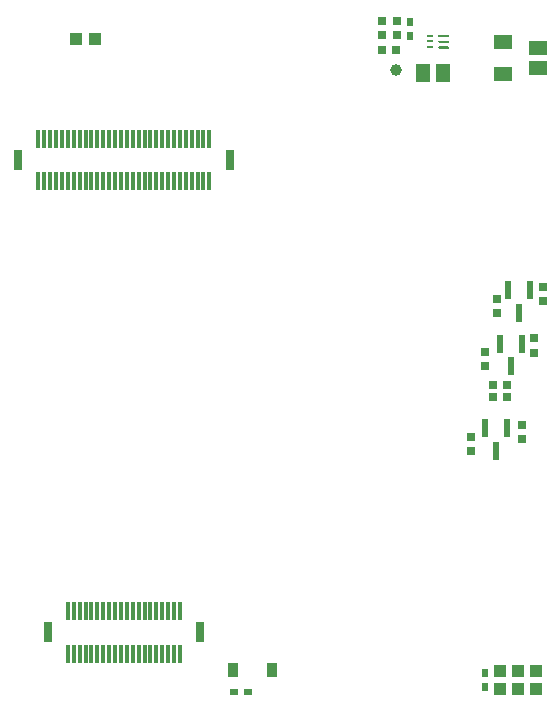
<source format=gbp>
%FSTAX23Y23*%
%MOIN*%
%SFA1B1*%

%IPPOS*%
%ADD13C,0.039370*%
%ADD27R,0.037400X0.048030*%
%ADD28R,0.039370X0.039370*%
%ADD29R,0.011810X0.062990*%
%ADD30R,0.039370X0.039370*%
%ADD31R,0.023620X0.059060*%
%ADD32R,0.027560X0.031500*%
%ADD33R,0.031500X0.027560*%
%ADD34R,0.031500X0.023620*%
%ADD35R,0.051180X0.059060*%
%ADD36R,0.023620X0.009840*%
%ADD38R,0.023620X0.031500*%
%ADD39R,0.059060X0.051180*%
%ADD40R,0.059060X0.047240*%
%ADD41R,0.031500X0.070870*%
%LNmod_duo_x_g3399-1*%
%LPD*%
G36*
X02583Y02542D02*
X02583Y02542D01*
Y02538*
X02583Y02537*
X02584Y02537*
X02584Y02537*
X02584Y02536*
X02584Y02536*
X02585Y02536*
X02585Y02536*
X02585Y02536*
X02615*
X02615Y02536*
X02616Y02536*
X02616Y02536*
X02616Y02536*
X02617Y02537*
X02617Y02537*
X02617Y02537*
X02617Y02538*
Y02542*
X02617Y02542*
X02617Y02543*
X02617Y02543*
X02616Y02543*
X02616Y02543*
X02616Y02544*
X02615Y02544*
X02615Y02544*
X02585*
X02585Y02544*
X02585Y02544*
X02584Y02543*
X02584Y02543*
X02584Y02543*
X02584Y02543*
X02583Y02542*
G37*
G36*
Y02562D02*
X02583Y02561D01*
Y02558*
X02583Y02557*
X02584Y02557*
X02584Y02556*
X02584Y02556*
X02584Y02556*
X02585Y02556*
X02585Y02556*
X02585Y02556*
X02615*
X02615Y02556*
X02616Y02556*
X02616Y02556*
X02616Y02556*
X02617Y02556*
X02617Y02557*
X02617Y02557*
X02617Y02558*
Y02561*
X02617Y02562*
X02617Y02562*
X02617Y02563*
X02616Y02563*
X02616Y02563*
X02616Y02563*
X02615Y02563*
X02615Y02563*
X02585*
X02585Y02563*
X02585Y02563*
X02584Y02563*
X02584Y02563*
X02584Y02563*
X02584Y02562*
X02583Y02562*
G37*
G36*
Y02582D02*
X02583Y02581D01*
Y02577*
X02583Y02577*
X02584Y02576*
X02584Y02576*
X02584Y02576*
X02584Y02576*
X02585Y02575*
X02585Y02575*
X02585Y02575*
X02615*
X02615Y02575*
X02616Y02575*
X02616Y02576*
X02616Y02576*
X02617Y02576*
X02617Y02576*
X02617Y02577*
X02617Y02577*
Y02581*
X02617Y02582*
X02617Y02582*
X02617Y02582*
X02616Y02583*
X02616Y02583*
X02616Y02583*
X02615Y02583*
X02615Y02583*
X02585*
X02585Y02583*
X02585Y02583*
X02584Y02583*
X02584Y02583*
X02584Y02582*
X02584Y02582*
X02583Y02582*
G37*
G54D13*
X02443Y02465D03*
G54D27*
X019Y00465D03*
X02029D03*
G54D28*
X02908Y00463D03*
Y004D03*
X0285Y00463D03*
Y004D03*
X0279Y00463D03*
Y004D03*
G54D29*
X01485Y02236D03*
X01505D03*
X01643D03*
X01663D03*
X01722Y00661D03*
X01702D03*
X01682D03*
X01663D03*
X01643D03*
X01623D03*
X01604D03*
X01584D03*
X01564D03*
X01545D03*
X01525D03*
X01505D03*
X01485D03*
X01466D03*
X01446D03*
X01426D03*
X01407D03*
X01387D03*
X01367D03*
X01722Y00519D03*
X01702D03*
X01682D03*
X01663D03*
X01643D03*
X01623D03*
X01604D03*
X01584D03*
X01564D03*
X01545D03*
X01525D03*
X01505D03*
X01485D03*
X01466D03*
X01446D03*
X01426D03*
X01407D03*
X01387D03*
X01367D03*
X01348D03*
Y00661D03*
X01249Y02236D03*
Y02094D03*
X01269D03*
X01289D03*
X01308D03*
X01328D03*
X01348D03*
X01367D03*
X01387D03*
X01407D03*
X01426D03*
X01446D03*
X01466D03*
X01485D03*
X01505D03*
X01525D03*
X01544D03*
X01564D03*
X01584D03*
X01604D03*
X01623D03*
X01643D03*
X01663D03*
X01682D03*
X01702D03*
X01722D03*
X01741D03*
X01761D03*
X01781D03*
X018D03*
X0182D03*
X01269Y02236D03*
X01289D03*
X01308D03*
X01328D03*
X01348D03*
X01367D03*
X01387D03*
X01407D03*
X01426D03*
X01446D03*
X01466D03*
X01525D03*
X01544D03*
X01564D03*
X01584D03*
X01604D03*
X01623D03*
X01682D03*
X01702D03*
X01722D03*
X01741D03*
X01761D03*
X01781D03*
X018D03*
X0182D03*
G54D30*
X01375Y02568D03*
X01438D03*
G54D31*
X02815Y0173D03*
X02889D03*
X02852Y01655D03*
X02787Y01552D03*
X02862D03*
X02825Y01477D03*
X02737Y0127D03*
X02811D03*
X02774Y01195D03*
G54D32*
X02931Y01696D03*
Y01743D03*
X02778Y01702D03*
Y01655D03*
X02903Y01523D03*
Y0157D03*
X0274Y01524D03*
Y01477D03*
X02863Y01236D03*
Y01283D03*
X02691Y01242D03*
Y01195D03*
X02395Y02627D03*
Y0258D03*
X02445D03*
Y02627D03*
G54D33*
X02764Y01415D03*
X02811D03*
X02811Y01375D03*
X02764D03*
X02396Y0253D03*
X02443D03*
G54D34*
X01901Y0039D03*
X01948D03*
G54D35*
X02598Y02455D03*
X02531D03*
G54D36*
X02554Y0254D03*
Y0256D03*
Y02579D03*
G54D38*
X0249Y02626D03*
Y02579D03*
X0274Y00455D03*
Y00408D03*
G54D39*
X02915Y02471D03*
Y02538D03*
G54D40*
X028Y02558D03*
Y02451D03*
G54D41*
X01281Y0059D03*
X01789D03*
X01887Y02165D03*
X01182D03*
M02*
</source>
